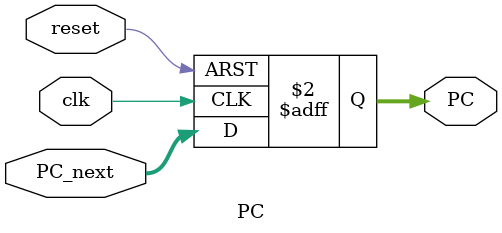
<source format=v>
module PC(reset, clk, PC_next, PC);
	input reset; 
	input clk;
	input [31:0] PC_next; 
	output reg [31:0] PC;         
	always @(posedge reset or posedge clk)
	begin
	if (reset)
		PC <= 32'h00000000;
	else
		PC <= PC_next;
	end
endmodule
</source>
